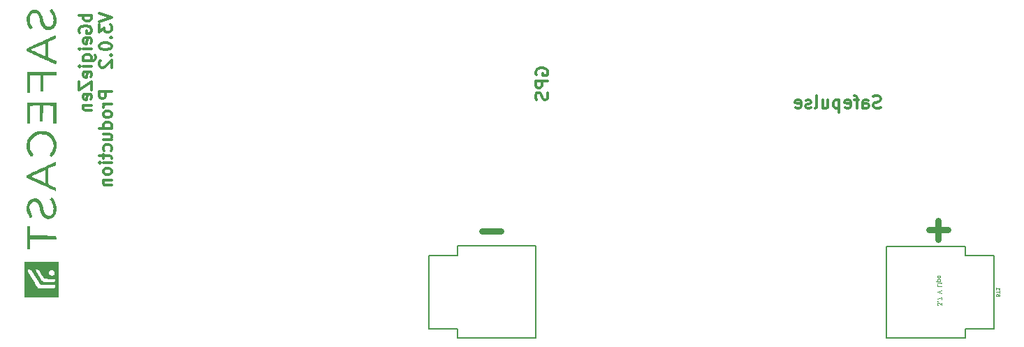
<source format=gbo>
G04 #@! TF.GenerationSoftware,KiCad,Pcbnew,8.0.0~rc1-27482ef8a0~176~ubuntu22.04.1*
G04 #@! TF.CreationDate,2024-01-20T19:03:22+09:00*
G04 #@! TF.ProjectId,bGeigieZen V3.0.2 Production,62476569-6769-4655-9a65-6e2056332e30,V3.0.2*
G04 #@! TF.SameCoordinates,Original*
G04 #@! TF.FileFunction,Legend,Bot*
G04 #@! TF.FilePolarity,Positive*
%FSLAX46Y46*%
G04 Gerber Fmt 4.6, Leading zero omitted, Abs format (unit mm)*
G04 Created by KiCad (PCBNEW 8.0.0~rc1-27482ef8a0~176~ubuntu22.04.1) date 2024-01-20 19:03:22*
%MOMM*%
%LPD*%
G01*
G04 APERTURE LIST*
%ADD10C,0.300000*%
%ADD11C,0.050000*%
%ADD12C,0.750000*%
%ADD13C,0.203200*%
%ADD14C,0.000000*%
%ADD15R,1.700000X1.700000*%
%ADD16O,1.700000X1.700000*%
%ADD17C,1.879600*%
%ADD18C,3.203200*%
%ADD19C,5.000000*%
%ADD20R,1.350000X1.350000*%
%ADD21O,1.350000X1.350000*%
%ADD22C,2.743200*%
G04 APERTURE END LIST*
D10*
X197812170Y-94788900D02*
X197597885Y-94860328D01*
X197597885Y-94860328D02*
X197240742Y-94860328D01*
X197240742Y-94860328D02*
X197097885Y-94788900D01*
X197097885Y-94788900D02*
X197026456Y-94717471D01*
X197026456Y-94717471D02*
X196955027Y-94574614D01*
X196955027Y-94574614D02*
X196955027Y-94431757D01*
X196955027Y-94431757D02*
X197026456Y-94288900D01*
X197026456Y-94288900D02*
X197097885Y-94217471D01*
X197097885Y-94217471D02*
X197240742Y-94146042D01*
X197240742Y-94146042D02*
X197526456Y-94074614D01*
X197526456Y-94074614D02*
X197669313Y-94003185D01*
X197669313Y-94003185D02*
X197740742Y-93931757D01*
X197740742Y-93931757D02*
X197812170Y-93788900D01*
X197812170Y-93788900D02*
X197812170Y-93646042D01*
X197812170Y-93646042D02*
X197740742Y-93503185D01*
X197740742Y-93503185D02*
X197669313Y-93431757D01*
X197669313Y-93431757D02*
X197526456Y-93360328D01*
X197526456Y-93360328D02*
X197169313Y-93360328D01*
X197169313Y-93360328D02*
X196955027Y-93431757D01*
X195669314Y-94860328D02*
X195669314Y-94074614D01*
X195669314Y-94074614D02*
X195740742Y-93931757D01*
X195740742Y-93931757D02*
X195883599Y-93860328D01*
X195883599Y-93860328D02*
X196169314Y-93860328D01*
X196169314Y-93860328D02*
X196312171Y-93931757D01*
X195669314Y-94788900D02*
X195812171Y-94860328D01*
X195812171Y-94860328D02*
X196169314Y-94860328D01*
X196169314Y-94860328D02*
X196312171Y-94788900D01*
X196312171Y-94788900D02*
X196383599Y-94646042D01*
X196383599Y-94646042D02*
X196383599Y-94503185D01*
X196383599Y-94503185D02*
X196312171Y-94360328D01*
X196312171Y-94360328D02*
X196169314Y-94288900D01*
X196169314Y-94288900D02*
X195812171Y-94288900D01*
X195812171Y-94288900D02*
X195669314Y-94217471D01*
X195169313Y-93860328D02*
X194597885Y-93860328D01*
X194955028Y-94860328D02*
X194955028Y-93574614D01*
X194955028Y-93574614D02*
X194883599Y-93431757D01*
X194883599Y-93431757D02*
X194740742Y-93360328D01*
X194740742Y-93360328D02*
X194597885Y-93360328D01*
X193526456Y-94788900D02*
X193669313Y-94860328D01*
X193669313Y-94860328D02*
X193955028Y-94860328D01*
X193955028Y-94860328D02*
X194097885Y-94788900D01*
X194097885Y-94788900D02*
X194169313Y-94646042D01*
X194169313Y-94646042D02*
X194169313Y-94074614D01*
X194169313Y-94074614D02*
X194097885Y-93931757D01*
X194097885Y-93931757D02*
X193955028Y-93860328D01*
X193955028Y-93860328D02*
X193669313Y-93860328D01*
X193669313Y-93860328D02*
X193526456Y-93931757D01*
X193526456Y-93931757D02*
X193455028Y-94074614D01*
X193455028Y-94074614D02*
X193455028Y-94217471D01*
X193455028Y-94217471D02*
X194169313Y-94360328D01*
X192812171Y-93860328D02*
X192812171Y-95360328D01*
X192812171Y-93931757D02*
X192669314Y-93860328D01*
X192669314Y-93860328D02*
X192383599Y-93860328D01*
X192383599Y-93860328D02*
X192240742Y-93931757D01*
X192240742Y-93931757D02*
X192169314Y-94003185D01*
X192169314Y-94003185D02*
X192097885Y-94146042D01*
X192097885Y-94146042D02*
X192097885Y-94574614D01*
X192097885Y-94574614D02*
X192169314Y-94717471D01*
X192169314Y-94717471D02*
X192240742Y-94788900D01*
X192240742Y-94788900D02*
X192383599Y-94860328D01*
X192383599Y-94860328D02*
X192669314Y-94860328D01*
X192669314Y-94860328D02*
X192812171Y-94788900D01*
X190812171Y-93860328D02*
X190812171Y-94860328D01*
X191455028Y-93860328D02*
X191455028Y-94646042D01*
X191455028Y-94646042D02*
X191383599Y-94788900D01*
X191383599Y-94788900D02*
X191240742Y-94860328D01*
X191240742Y-94860328D02*
X191026456Y-94860328D01*
X191026456Y-94860328D02*
X190883599Y-94788900D01*
X190883599Y-94788900D02*
X190812171Y-94717471D01*
X189883599Y-94860328D02*
X190026456Y-94788900D01*
X190026456Y-94788900D02*
X190097885Y-94646042D01*
X190097885Y-94646042D02*
X190097885Y-93360328D01*
X189383599Y-94788900D02*
X189240742Y-94860328D01*
X189240742Y-94860328D02*
X188955028Y-94860328D01*
X188955028Y-94860328D02*
X188812171Y-94788900D01*
X188812171Y-94788900D02*
X188740742Y-94646042D01*
X188740742Y-94646042D02*
X188740742Y-94574614D01*
X188740742Y-94574614D02*
X188812171Y-94431757D01*
X188812171Y-94431757D02*
X188955028Y-94360328D01*
X188955028Y-94360328D02*
X189169314Y-94360328D01*
X189169314Y-94360328D02*
X189312171Y-94288900D01*
X189312171Y-94288900D02*
X189383599Y-94146042D01*
X189383599Y-94146042D02*
X189383599Y-94074614D01*
X189383599Y-94074614D02*
X189312171Y-93931757D01*
X189312171Y-93931757D02*
X189169314Y-93860328D01*
X189169314Y-93860328D02*
X188955028Y-93860328D01*
X188955028Y-93860328D02*
X188812171Y-93931757D01*
X187526456Y-94788900D02*
X187669313Y-94860328D01*
X187669313Y-94860328D02*
X187955028Y-94860328D01*
X187955028Y-94860328D02*
X188097885Y-94788900D01*
X188097885Y-94788900D02*
X188169313Y-94646042D01*
X188169313Y-94646042D02*
X188169313Y-94074614D01*
X188169313Y-94074614D02*
X188097885Y-93931757D01*
X188097885Y-93931757D02*
X187955028Y-93860328D01*
X187955028Y-93860328D02*
X187669313Y-93860328D01*
X187669313Y-93860328D02*
X187526456Y-93931757D01*
X187526456Y-93931757D02*
X187455028Y-94074614D01*
X187455028Y-94074614D02*
X187455028Y-94217471D01*
X187455028Y-94217471D02*
X188169313Y-94360328D01*
X156069357Y-90824572D02*
X155997928Y-90681715D01*
X155997928Y-90681715D02*
X155997928Y-90467429D01*
X155997928Y-90467429D02*
X156069357Y-90253143D01*
X156069357Y-90253143D02*
X156212214Y-90110286D01*
X156212214Y-90110286D02*
X156355071Y-90038857D01*
X156355071Y-90038857D02*
X156640785Y-89967429D01*
X156640785Y-89967429D02*
X156855071Y-89967429D01*
X156855071Y-89967429D02*
X157140785Y-90038857D01*
X157140785Y-90038857D02*
X157283642Y-90110286D01*
X157283642Y-90110286D02*
X157426500Y-90253143D01*
X157426500Y-90253143D02*
X157497928Y-90467429D01*
X157497928Y-90467429D02*
X157497928Y-90610286D01*
X157497928Y-90610286D02*
X157426500Y-90824572D01*
X157426500Y-90824572D02*
X157355071Y-90896000D01*
X157355071Y-90896000D02*
X156855071Y-90896000D01*
X156855071Y-90896000D02*
X156855071Y-90610286D01*
X157497928Y-91538857D02*
X155997928Y-91538857D01*
X155997928Y-91538857D02*
X155997928Y-92110286D01*
X155997928Y-92110286D02*
X156069357Y-92253143D01*
X156069357Y-92253143D02*
X156140785Y-92324572D01*
X156140785Y-92324572D02*
X156283642Y-92396000D01*
X156283642Y-92396000D02*
X156497928Y-92396000D01*
X156497928Y-92396000D02*
X156640785Y-92324572D01*
X156640785Y-92324572D02*
X156712214Y-92253143D01*
X156712214Y-92253143D02*
X156783642Y-92110286D01*
X156783642Y-92110286D02*
X156783642Y-91538857D01*
X157426500Y-92967429D02*
X157497928Y-93181715D01*
X157497928Y-93181715D02*
X157497928Y-93538857D01*
X157497928Y-93538857D02*
X157426500Y-93681715D01*
X157426500Y-93681715D02*
X157355071Y-93753143D01*
X157355071Y-93753143D02*
X157212214Y-93824572D01*
X157212214Y-93824572D02*
X157069357Y-93824572D01*
X157069357Y-93824572D02*
X156926500Y-93753143D01*
X156926500Y-93753143D02*
X156855071Y-93681715D01*
X156855071Y-93681715D02*
X156783642Y-93538857D01*
X156783642Y-93538857D02*
X156712214Y-93253143D01*
X156712214Y-93253143D02*
X156640785Y-93110286D01*
X156640785Y-93110286D02*
X156569357Y-93038857D01*
X156569357Y-93038857D02*
X156426500Y-92967429D01*
X156426500Y-92967429D02*
X156283642Y-92967429D01*
X156283642Y-92967429D02*
X156140785Y-93038857D01*
X156140785Y-93038857D02*
X156069357Y-93110286D01*
X156069357Y-93110286D02*
X155997928Y-93253143D01*
X155997928Y-93253143D02*
X155997928Y-93610286D01*
X155997928Y-93610286D02*
X156069357Y-93824572D01*
X102188470Y-83560510D02*
X100688470Y-83560510D01*
X101259899Y-83560510D02*
X101188470Y-83703368D01*
X101188470Y-83703368D02*
X101188470Y-83989082D01*
X101188470Y-83989082D02*
X101259899Y-84131939D01*
X101259899Y-84131939D02*
X101331327Y-84203368D01*
X101331327Y-84203368D02*
X101474184Y-84274796D01*
X101474184Y-84274796D02*
X101902756Y-84274796D01*
X101902756Y-84274796D02*
X102045613Y-84203368D01*
X102045613Y-84203368D02*
X102117042Y-84131939D01*
X102117042Y-84131939D02*
X102188470Y-83989082D01*
X102188470Y-83989082D02*
X102188470Y-83703368D01*
X102188470Y-83703368D02*
X102117042Y-83560510D01*
X100759899Y-85703368D02*
X100688470Y-85560511D01*
X100688470Y-85560511D02*
X100688470Y-85346225D01*
X100688470Y-85346225D02*
X100759899Y-85131939D01*
X100759899Y-85131939D02*
X100902756Y-84989082D01*
X100902756Y-84989082D02*
X101045613Y-84917653D01*
X101045613Y-84917653D02*
X101331327Y-84846225D01*
X101331327Y-84846225D02*
X101545613Y-84846225D01*
X101545613Y-84846225D02*
X101831327Y-84917653D01*
X101831327Y-84917653D02*
X101974184Y-84989082D01*
X101974184Y-84989082D02*
X102117042Y-85131939D01*
X102117042Y-85131939D02*
X102188470Y-85346225D01*
X102188470Y-85346225D02*
X102188470Y-85489082D01*
X102188470Y-85489082D02*
X102117042Y-85703368D01*
X102117042Y-85703368D02*
X102045613Y-85774796D01*
X102045613Y-85774796D02*
X101545613Y-85774796D01*
X101545613Y-85774796D02*
X101545613Y-85489082D01*
X102117042Y-86989082D02*
X102188470Y-86846225D01*
X102188470Y-86846225D02*
X102188470Y-86560511D01*
X102188470Y-86560511D02*
X102117042Y-86417653D01*
X102117042Y-86417653D02*
X101974184Y-86346225D01*
X101974184Y-86346225D02*
X101402756Y-86346225D01*
X101402756Y-86346225D02*
X101259899Y-86417653D01*
X101259899Y-86417653D02*
X101188470Y-86560511D01*
X101188470Y-86560511D02*
X101188470Y-86846225D01*
X101188470Y-86846225D02*
X101259899Y-86989082D01*
X101259899Y-86989082D02*
X101402756Y-87060511D01*
X101402756Y-87060511D02*
X101545613Y-87060511D01*
X101545613Y-87060511D02*
X101688470Y-86346225D01*
X102188470Y-87703367D02*
X101188470Y-87703367D01*
X100688470Y-87703367D02*
X100759899Y-87631939D01*
X100759899Y-87631939D02*
X100831327Y-87703367D01*
X100831327Y-87703367D02*
X100759899Y-87774796D01*
X100759899Y-87774796D02*
X100688470Y-87703367D01*
X100688470Y-87703367D02*
X100831327Y-87703367D01*
X101188470Y-89060511D02*
X102402756Y-89060511D01*
X102402756Y-89060511D02*
X102545613Y-88989082D01*
X102545613Y-88989082D02*
X102617042Y-88917653D01*
X102617042Y-88917653D02*
X102688470Y-88774796D01*
X102688470Y-88774796D02*
X102688470Y-88560511D01*
X102688470Y-88560511D02*
X102617042Y-88417653D01*
X102117042Y-89060511D02*
X102188470Y-88917653D01*
X102188470Y-88917653D02*
X102188470Y-88631939D01*
X102188470Y-88631939D02*
X102117042Y-88489082D01*
X102117042Y-88489082D02*
X102045613Y-88417653D01*
X102045613Y-88417653D02*
X101902756Y-88346225D01*
X101902756Y-88346225D02*
X101474184Y-88346225D01*
X101474184Y-88346225D02*
X101331327Y-88417653D01*
X101331327Y-88417653D02*
X101259899Y-88489082D01*
X101259899Y-88489082D02*
X101188470Y-88631939D01*
X101188470Y-88631939D02*
X101188470Y-88917653D01*
X101188470Y-88917653D02*
X101259899Y-89060511D01*
X102188470Y-89774796D02*
X101188470Y-89774796D01*
X100688470Y-89774796D02*
X100759899Y-89703368D01*
X100759899Y-89703368D02*
X100831327Y-89774796D01*
X100831327Y-89774796D02*
X100759899Y-89846225D01*
X100759899Y-89846225D02*
X100688470Y-89774796D01*
X100688470Y-89774796D02*
X100831327Y-89774796D01*
X102117042Y-91060511D02*
X102188470Y-90917654D01*
X102188470Y-90917654D02*
X102188470Y-90631940D01*
X102188470Y-90631940D02*
X102117042Y-90489082D01*
X102117042Y-90489082D02*
X101974184Y-90417654D01*
X101974184Y-90417654D02*
X101402756Y-90417654D01*
X101402756Y-90417654D02*
X101259899Y-90489082D01*
X101259899Y-90489082D02*
X101188470Y-90631940D01*
X101188470Y-90631940D02*
X101188470Y-90917654D01*
X101188470Y-90917654D02*
X101259899Y-91060511D01*
X101259899Y-91060511D02*
X101402756Y-91131940D01*
X101402756Y-91131940D02*
X101545613Y-91131940D01*
X101545613Y-91131940D02*
X101688470Y-90417654D01*
X100688470Y-91631939D02*
X100688470Y-92631939D01*
X100688470Y-92631939D02*
X102188470Y-91631939D01*
X102188470Y-91631939D02*
X102188470Y-92631939D01*
X102117042Y-93774796D02*
X102188470Y-93631939D01*
X102188470Y-93631939D02*
X102188470Y-93346225D01*
X102188470Y-93346225D02*
X102117042Y-93203367D01*
X102117042Y-93203367D02*
X101974184Y-93131939D01*
X101974184Y-93131939D02*
X101402756Y-93131939D01*
X101402756Y-93131939D02*
X101259899Y-93203367D01*
X101259899Y-93203367D02*
X101188470Y-93346225D01*
X101188470Y-93346225D02*
X101188470Y-93631939D01*
X101188470Y-93631939D02*
X101259899Y-93774796D01*
X101259899Y-93774796D02*
X101402756Y-93846225D01*
X101402756Y-93846225D02*
X101545613Y-93846225D01*
X101545613Y-93846225D02*
X101688470Y-93131939D01*
X101188470Y-94489081D02*
X102188470Y-94489081D01*
X101331327Y-94489081D02*
X101259899Y-94560510D01*
X101259899Y-94560510D02*
X101188470Y-94703367D01*
X101188470Y-94703367D02*
X101188470Y-94917653D01*
X101188470Y-94917653D02*
X101259899Y-95060510D01*
X101259899Y-95060510D02*
X101402756Y-95131939D01*
X101402756Y-95131939D02*
X102188470Y-95131939D01*
X103103386Y-83346225D02*
X104603386Y-83846225D01*
X104603386Y-83846225D02*
X103103386Y-84346225D01*
X103103386Y-84703367D02*
X103103386Y-85631939D01*
X103103386Y-85631939D02*
X103674815Y-85131939D01*
X103674815Y-85131939D02*
X103674815Y-85346224D01*
X103674815Y-85346224D02*
X103746243Y-85489082D01*
X103746243Y-85489082D02*
X103817672Y-85560510D01*
X103817672Y-85560510D02*
X103960529Y-85631939D01*
X103960529Y-85631939D02*
X104317672Y-85631939D01*
X104317672Y-85631939D02*
X104460529Y-85560510D01*
X104460529Y-85560510D02*
X104531958Y-85489082D01*
X104531958Y-85489082D02*
X104603386Y-85346224D01*
X104603386Y-85346224D02*
X104603386Y-84917653D01*
X104603386Y-84917653D02*
X104531958Y-84774796D01*
X104531958Y-84774796D02*
X104460529Y-84703367D01*
X104460529Y-86274795D02*
X104531958Y-86346224D01*
X104531958Y-86346224D02*
X104603386Y-86274795D01*
X104603386Y-86274795D02*
X104531958Y-86203367D01*
X104531958Y-86203367D02*
X104460529Y-86274795D01*
X104460529Y-86274795D02*
X104603386Y-86274795D01*
X103103386Y-87274796D02*
X103103386Y-87417653D01*
X103103386Y-87417653D02*
X103174815Y-87560510D01*
X103174815Y-87560510D02*
X103246243Y-87631939D01*
X103246243Y-87631939D02*
X103389100Y-87703367D01*
X103389100Y-87703367D02*
X103674815Y-87774796D01*
X103674815Y-87774796D02*
X104031958Y-87774796D01*
X104031958Y-87774796D02*
X104317672Y-87703367D01*
X104317672Y-87703367D02*
X104460529Y-87631939D01*
X104460529Y-87631939D02*
X104531958Y-87560510D01*
X104531958Y-87560510D02*
X104603386Y-87417653D01*
X104603386Y-87417653D02*
X104603386Y-87274796D01*
X104603386Y-87274796D02*
X104531958Y-87131939D01*
X104531958Y-87131939D02*
X104460529Y-87060510D01*
X104460529Y-87060510D02*
X104317672Y-86989081D01*
X104317672Y-86989081D02*
X104031958Y-86917653D01*
X104031958Y-86917653D02*
X103674815Y-86917653D01*
X103674815Y-86917653D02*
X103389100Y-86989081D01*
X103389100Y-86989081D02*
X103246243Y-87060510D01*
X103246243Y-87060510D02*
X103174815Y-87131939D01*
X103174815Y-87131939D02*
X103103386Y-87274796D01*
X104460529Y-88417652D02*
X104531958Y-88489081D01*
X104531958Y-88489081D02*
X104603386Y-88417652D01*
X104603386Y-88417652D02*
X104531958Y-88346224D01*
X104531958Y-88346224D02*
X104460529Y-88417652D01*
X104460529Y-88417652D02*
X104603386Y-88417652D01*
X103246243Y-89060510D02*
X103174815Y-89131938D01*
X103174815Y-89131938D02*
X103103386Y-89274796D01*
X103103386Y-89274796D02*
X103103386Y-89631938D01*
X103103386Y-89631938D02*
X103174815Y-89774796D01*
X103174815Y-89774796D02*
X103246243Y-89846224D01*
X103246243Y-89846224D02*
X103389100Y-89917653D01*
X103389100Y-89917653D02*
X103531958Y-89917653D01*
X103531958Y-89917653D02*
X103746243Y-89846224D01*
X103746243Y-89846224D02*
X104603386Y-88989081D01*
X104603386Y-88989081D02*
X104603386Y-89917653D01*
X104603386Y-92846223D02*
X103103386Y-92846223D01*
X103103386Y-92846223D02*
X103103386Y-93417652D01*
X103103386Y-93417652D02*
X103174815Y-93560509D01*
X103174815Y-93560509D02*
X103246243Y-93631938D01*
X103246243Y-93631938D02*
X103389100Y-93703366D01*
X103389100Y-93703366D02*
X103603386Y-93703366D01*
X103603386Y-93703366D02*
X103746243Y-93631938D01*
X103746243Y-93631938D02*
X103817672Y-93560509D01*
X103817672Y-93560509D02*
X103889100Y-93417652D01*
X103889100Y-93417652D02*
X103889100Y-92846223D01*
X104603386Y-94346223D02*
X103603386Y-94346223D01*
X103889100Y-94346223D02*
X103746243Y-94417652D01*
X103746243Y-94417652D02*
X103674815Y-94489081D01*
X103674815Y-94489081D02*
X103603386Y-94631938D01*
X103603386Y-94631938D02*
X103603386Y-94774795D01*
X104603386Y-95489080D02*
X104531958Y-95346223D01*
X104531958Y-95346223D02*
X104460529Y-95274794D01*
X104460529Y-95274794D02*
X104317672Y-95203366D01*
X104317672Y-95203366D02*
X103889100Y-95203366D01*
X103889100Y-95203366D02*
X103746243Y-95274794D01*
X103746243Y-95274794D02*
X103674815Y-95346223D01*
X103674815Y-95346223D02*
X103603386Y-95489080D01*
X103603386Y-95489080D02*
X103603386Y-95703366D01*
X103603386Y-95703366D02*
X103674815Y-95846223D01*
X103674815Y-95846223D02*
X103746243Y-95917652D01*
X103746243Y-95917652D02*
X103889100Y-95989080D01*
X103889100Y-95989080D02*
X104317672Y-95989080D01*
X104317672Y-95989080D02*
X104460529Y-95917652D01*
X104460529Y-95917652D02*
X104531958Y-95846223D01*
X104531958Y-95846223D02*
X104603386Y-95703366D01*
X104603386Y-95703366D02*
X104603386Y-95489080D01*
X104603386Y-97274795D02*
X103103386Y-97274795D01*
X104531958Y-97274795D02*
X104603386Y-97131937D01*
X104603386Y-97131937D02*
X104603386Y-96846223D01*
X104603386Y-96846223D02*
X104531958Y-96703366D01*
X104531958Y-96703366D02*
X104460529Y-96631937D01*
X104460529Y-96631937D02*
X104317672Y-96560509D01*
X104317672Y-96560509D02*
X103889100Y-96560509D01*
X103889100Y-96560509D02*
X103746243Y-96631937D01*
X103746243Y-96631937D02*
X103674815Y-96703366D01*
X103674815Y-96703366D02*
X103603386Y-96846223D01*
X103603386Y-96846223D02*
X103603386Y-97131937D01*
X103603386Y-97131937D02*
X103674815Y-97274795D01*
X103603386Y-98631938D02*
X104603386Y-98631938D01*
X103603386Y-97989080D02*
X104389100Y-97989080D01*
X104389100Y-97989080D02*
X104531958Y-98060509D01*
X104531958Y-98060509D02*
X104603386Y-98203366D01*
X104603386Y-98203366D02*
X104603386Y-98417652D01*
X104603386Y-98417652D02*
X104531958Y-98560509D01*
X104531958Y-98560509D02*
X104460529Y-98631938D01*
X104531958Y-99989081D02*
X104603386Y-99846223D01*
X104603386Y-99846223D02*
X104603386Y-99560509D01*
X104603386Y-99560509D02*
X104531958Y-99417652D01*
X104531958Y-99417652D02*
X104460529Y-99346223D01*
X104460529Y-99346223D02*
X104317672Y-99274795D01*
X104317672Y-99274795D02*
X103889100Y-99274795D01*
X103889100Y-99274795D02*
X103746243Y-99346223D01*
X103746243Y-99346223D02*
X103674815Y-99417652D01*
X103674815Y-99417652D02*
X103603386Y-99560509D01*
X103603386Y-99560509D02*
X103603386Y-99846223D01*
X103603386Y-99846223D02*
X103674815Y-99989081D01*
X103603386Y-100417652D02*
X103603386Y-100989080D01*
X103103386Y-100631937D02*
X104389100Y-100631937D01*
X104389100Y-100631937D02*
X104531958Y-100703366D01*
X104531958Y-100703366D02*
X104603386Y-100846223D01*
X104603386Y-100846223D02*
X104603386Y-100989080D01*
X104603386Y-101489080D02*
X103603386Y-101489080D01*
X103103386Y-101489080D02*
X103174815Y-101417652D01*
X103174815Y-101417652D02*
X103246243Y-101489080D01*
X103246243Y-101489080D02*
X103174815Y-101560509D01*
X103174815Y-101560509D02*
X103103386Y-101489080D01*
X103103386Y-101489080D02*
X103246243Y-101489080D01*
X104603386Y-102417652D02*
X104531958Y-102274795D01*
X104531958Y-102274795D02*
X104460529Y-102203366D01*
X104460529Y-102203366D02*
X104317672Y-102131938D01*
X104317672Y-102131938D02*
X103889100Y-102131938D01*
X103889100Y-102131938D02*
X103746243Y-102203366D01*
X103746243Y-102203366D02*
X103674815Y-102274795D01*
X103674815Y-102274795D02*
X103603386Y-102417652D01*
X103603386Y-102417652D02*
X103603386Y-102631938D01*
X103603386Y-102631938D02*
X103674815Y-102774795D01*
X103674815Y-102774795D02*
X103746243Y-102846224D01*
X103746243Y-102846224D02*
X103889100Y-102917652D01*
X103889100Y-102917652D02*
X104317672Y-102917652D01*
X104317672Y-102917652D02*
X104460529Y-102846224D01*
X104460529Y-102846224D02*
X104531958Y-102774795D01*
X104531958Y-102774795D02*
X104603386Y-102631938D01*
X104603386Y-102631938D02*
X104603386Y-102417652D01*
X103603386Y-103560509D02*
X104603386Y-103560509D01*
X103746243Y-103560509D02*
X103674815Y-103631938D01*
X103674815Y-103631938D02*
X103603386Y-103774795D01*
X103603386Y-103774795D02*
X103603386Y-103989081D01*
X103603386Y-103989081D02*
X103674815Y-104131938D01*
X103674815Y-104131938D02*
X103817672Y-104203367D01*
X103817672Y-104203367D02*
X104603386Y-104203367D01*
D11*
X212051371Y-117517142D02*
X212028514Y-117448570D01*
X212028514Y-117448570D02*
X212005657Y-117425713D01*
X212005657Y-117425713D02*
X211959942Y-117402856D01*
X211959942Y-117402856D02*
X211891371Y-117402856D01*
X211891371Y-117402856D02*
X211845657Y-117425713D01*
X211845657Y-117425713D02*
X211822800Y-117448570D01*
X211822800Y-117448570D02*
X211799942Y-117494285D01*
X211799942Y-117494285D02*
X211799942Y-117677142D01*
X211799942Y-117677142D02*
X212279942Y-117677142D01*
X212279942Y-117677142D02*
X212279942Y-117517142D01*
X212279942Y-117517142D02*
X212257085Y-117471428D01*
X212257085Y-117471428D02*
X212234228Y-117448570D01*
X212234228Y-117448570D02*
X212188514Y-117425713D01*
X212188514Y-117425713D02*
X212142800Y-117425713D01*
X212142800Y-117425713D02*
X212097085Y-117448570D01*
X212097085Y-117448570D02*
X212074228Y-117471428D01*
X212074228Y-117471428D02*
X212051371Y-117517142D01*
X212051371Y-117517142D02*
X212051371Y-117677142D01*
X212279942Y-117265713D02*
X212279942Y-116991428D01*
X211799942Y-117128570D02*
X212279942Y-117128570D01*
X211799942Y-116579999D02*
X211799942Y-116854285D01*
X211799942Y-116717142D02*
X212279942Y-116717142D01*
X212279942Y-116717142D02*
X212211371Y-116762856D01*
X212211371Y-116762856D02*
X212165657Y-116808571D01*
X212165657Y-116808571D02*
X212142800Y-116854285D01*
X205193342Y-118774285D02*
X205193342Y-118477142D01*
X205193342Y-118477142D02*
X205010485Y-118637142D01*
X205010485Y-118637142D02*
X205010485Y-118568571D01*
X205010485Y-118568571D02*
X204987628Y-118522857D01*
X204987628Y-118522857D02*
X204964771Y-118499999D01*
X204964771Y-118499999D02*
X204919057Y-118477142D01*
X204919057Y-118477142D02*
X204804771Y-118477142D01*
X204804771Y-118477142D02*
X204759057Y-118499999D01*
X204759057Y-118499999D02*
X204736200Y-118522857D01*
X204736200Y-118522857D02*
X204713342Y-118568571D01*
X204713342Y-118568571D02*
X204713342Y-118705714D01*
X204713342Y-118705714D02*
X204736200Y-118751428D01*
X204736200Y-118751428D02*
X204759057Y-118774285D01*
X204759057Y-118271428D02*
X204736200Y-118248571D01*
X204736200Y-118248571D02*
X204713342Y-118271428D01*
X204713342Y-118271428D02*
X204736200Y-118294285D01*
X204736200Y-118294285D02*
X204759057Y-118271428D01*
X204759057Y-118271428D02*
X204713342Y-118271428D01*
X205193342Y-118088571D02*
X205193342Y-117768571D01*
X205193342Y-117768571D02*
X204713342Y-117974285D01*
X205193342Y-117288571D02*
X204713342Y-117128571D01*
X204713342Y-117128571D02*
X205193342Y-116968571D01*
X204713342Y-116214285D02*
X204713342Y-116442857D01*
X204713342Y-116442857D02*
X205193342Y-116442857D01*
X204713342Y-116054286D02*
X205033342Y-116054286D01*
X205193342Y-116054286D02*
X205170485Y-116077143D01*
X205170485Y-116077143D02*
X205147628Y-116054286D01*
X205147628Y-116054286D02*
X205170485Y-116031429D01*
X205170485Y-116031429D02*
X205193342Y-116054286D01*
X205193342Y-116054286D02*
X205147628Y-116054286D01*
X205033342Y-115825715D02*
X204553342Y-115825715D01*
X205010485Y-115825715D02*
X205033342Y-115780001D01*
X205033342Y-115780001D02*
X205033342Y-115688572D01*
X205033342Y-115688572D02*
X205010485Y-115642858D01*
X205010485Y-115642858D02*
X204987628Y-115620001D01*
X204987628Y-115620001D02*
X204941914Y-115597143D01*
X204941914Y-115597143D02*
X204804771Y-115597143D01*
X204804771Y-115597143D02*
X204759057Y-115620001D01*
X204759057Y-115620001D02*
X204736200Y-115642858D01*
X204736200Y-115642858D02*
X204713342Y-115688572D01*
X204713342Y-115688572D02*
X204713342Y-115780001D01*
X204713342Y-115780001D02*
X204736200Y-115825715D01*
X204713342Y-115322857D02*
X204736200Y-115368572D01*
X204736200Y-115368572D02*
X204759057Y-115391429D01*
X204759057Y-115391429D02*
X204804771Y-115414286D01*
X204804771Y-115414286D02*
X204941914Y-115414286D01*
X204941914Y-115414286D02*
X204987628Y-115391429D01*
X204987628Y-115391429D02*
X205010485Y-115368572D01*
X205010485Y-115368572D02*
X205033342Y-115322857D01*
X205033342Y-115322857D02*
X205033342Y-115254286D01*
X205033342Y-115254286D02*
X205010485Y-115208572D01*
X205010485Y-115208572D02*
X204987628Y-115185715D01*
X204987628Y-115185715D02*
X204941914Y-115162857D01*
X204941914Y-115162857D02*
X204804771Y-115162857D01*
X204804771Y-115162857D02*
X204759057Y-115185715D01*
X204759057Y-115185715D02*
X204736200Y-115208572D01*
X204736200Y-115208572D02*
X204713342Y-115254286D01*
X204713342Y-115254286D02*
X204713342Y-115322857D01*
D12*
X205968457Y-109628000D02*
X203682743Y-109628000D01*
X204825600Y-110770857D02*
X204825600Y-108485142D01*
X151770457Y-109726000D02*
X149484743Y-109726000D01*
D13*
X143052800Y-112685000D02*
X143052800Y-121575000D01*
X143052800Y-121575000D02*
X146532600Y-121575000D01*
X146532600Y-111567400D02*
X146532600Y-112685000D01*
X146532600Y-112685000D02*
X143052800Y-112685000D01*
X146532600Y-121575000D02*
X146532600Y-122692600D01*
X146532600Y-122692600D02*
X156067600Y-122692600D01*
X156067600Y-111567400D02*
X146532600Y-111567400D01*
X156067600Y-122692600D02*
X156067600Y-111567400D01*
X198527600Y-111587400D02*
X198527600Y-122712600D01*
X198527600Y-122712600D02*
X208062600Y-122712600D01*
X208062600Y-111587400D02*
X198527600Y-111587400D01*
X208062600Y-112705000D02*
X208062600Y-111587400D01*
X208062600Y-121595000D02*
X211542400Y-121595000D01*
X208062600Y-122712600D02*
X208062600Y-121595000D01*
X211542400Y-112705000D02*
X208062600Y-112705000D01*
X211542400Y-121595000D02*
X211542400Y-112705000D01*
D14*
G36*
X97905136Y-90882389D02*
G01*
X96352471Y-90882389D01*
X96352471Y-92793360D01*
X95994164Y-92793360D01*
X95994164Y-90882389D01*
X94759995Y-90882389D01*
X94759995Y-92992420D01*
X94361876Y-92992420D01*
X94361876Y-90484269D01*
X97905136Y-90484269D01*
X97905136Y-90882389D01*
G37*
G36*
X97905136Y-96734740D02*
G01*
X97548108Y-96734740D01*
X97537516Y-95649865D01*
X97526923Y-94564990D01*
X96920501Y-94554004D01*
X96314080Y-94543018D01*
X96292754Y-96475962D01*
X95934446Y-96475962D01*
X95913120Y-94542964D01*
X95326604Y-94553977D01*
X94740089Y-94564990D01*
X94729486Y-95629959D01*
X94718882Y-96694928D01*
X94361876Y-96694928D01*
X94361876Y-94146965D01*
X97905136Y-94146965D01*
X97905136Y-96734740D01*
G37*
G36*
X94759995Y-110310602D02*
G01*
X96306024Y-110310602D01*
X96385613Y-110310637D01*
X96724016Y-110311589D01*
X97035296Y-110313732D01*
X97310702Y-110316918D01*
X97541485Y-110321000D01*
X97718895Y-110325830D01*
X97834182Y-110331260D01*
X97878595Y-110337143D01*
X97887156Y-110356037D01*
X97900057Y-110438170D01*
X97905136Y-110556109D01*
X97905136Y-110748533D01*
X94762124Y-110748533D01*
X94751106Y-111335759D01*
X94740089Y-111922984D01*
X94381782Y-111922984D01*
X94360844Y-109156056D01*
X94759995Y-109156056D01*
X94759995Y-110310602D01*
G37*
G36*
X96570839Y-97659303D02*
G01*
X96923564Y-97768961D01*
X97234550Y-97943116D01*
X97499424Y-98178947D01*
X97713810Y-98473631D01*
X97873336Y-98824345D01*
X97906522Y-98948699D01*
X97938007Y-99190904D01*
X97942596Y-99458784D01*
X97920344Y-99721984D01*
X97871306Y-99950152D01*
X97851825Y-100007014D01*
X97767274Y-100198047D01*
X97657333Y-100394924D01*
X97538274Y-100570329D01*
X97426371Y-100696950D01*
X97391672Y-100726937D01*
X97347389Y-100745888D01*
X97298056Y-100720600D01*
X97218372Y-100644720D01*
X97092142Y-100518491D01*
X97180178Y-100408198D01*
X97213459Y-100365567D01*
X97414194Y-100049553D01*
X97536006Y-99731557D01*
X97578730Y-99412680D01*
X97542198Y-99094024D01*
X97426245Y-98776687D01*
X97350653Y-98644348D01*
X97155078Y-98412776D01*
X96912203Y-98232877D01*
X96633379Y-98107761D01*
X96329958Y-98040542D01*
X96013291Y-98034329D01*
X95694732Y-98092234D01*
X95385630Y-98217370D01*
X95372906Y-98224200D01*
X95137863Y-98383078D01*
X94953825Y-98583250D01*
X94803832Y-98842954D01*
X94757854Y-98950087D01*
X94722219Y-99073106D01*
X94705301Y-99213466D01*
X94701428Y-99402138D01*
X94704693Y-99512050D01*
X94752548Y-99816967D01*
X94862094Y-100084924D01*
X95039290Y-100332332D01*
X95171192Y-100482560D01*
X95027724Y-100626028D01*
X94990347Y-100662673D01*
X94919350Y-100719737D01*
X94859860Y-100732589D01*
X94798443Y-100695406D01*
X94721664Y-100602366D01*
X94616087Y-100447648D01*
X94588685Y-100405491D01*
X94457597Y-100163981D01*
X94374789Y-99918408D01*
X94334390Y-99645633D01*
X94330525Y-99322514D01*
X94337949Y-99153400D01*
X94351773Y-99000458D01*
X94376185Y-98879215D01*
X94416793Y-98763439D01*
X94479204Y-98626901D01*
X94525105Y-98538065D01*
X94737983Y-98232890D01*
X95010097Y-97980205D01*
X95338728Y-97782679D01*
X95356632Y-97774213D01*
X95519201Y-97703291D01*
X95659003Y-97659480D01*
X95810157Y-97634468D01*
X96006785Y-97619942D01*
X96180751Y-97616967D01*
X96570839Y-97659303D01*
G37*
G36*
X97887067Y-86003981D02*
G01*
X97898109Y-86075013D01*
X97897404Y-86189530D01*
X97885230Y-86401653D01*
X96969556Y-86814113D01*
X96958909Y-87767149D01*
X96948263Y-88720186D01*
X97426699Y-88929666D01*
X97905136Y-89139146D01*
X97905136Y-89358130D01*
X97901425Y-89471942D01*
X97885694Y-89545114D01*
X97855371Y-89557000D01*
X97846072Y-89553178D01*
X97757345Y-89514807D01*
X97611005Y-89449831D01*
X97415730Y-89362212D01*
X97180195Y-89255915D01*
X96913078Y-89134901D01*
X96623054Y-89003134D01*
X96318801Y-88864577D01*
X96008995Y-88723192D01*
X95702313Y-88582944D01*
X95407430Y-88447794D01*
X95133025Y-88321706D01*
X94887773Y-88208643D01*
X94680351Y-88112568D01*
X94519435Y-88037443D01*
X94413702Y-87987233D01*
X94371829Y-87965899D01*
X94362835Y-87956866D01*
X94332250Y-87877226D01*
X94324205Y-87773510D01*
X94821474Y-87773510D01*
X95019653Y-87861100D01*
X95091886Y-87893126D01*
X95238405Y-87958295D01*
X95428394Y-88042937D01*
X95645273Y-88139664D01*
X95872458Y-88241087D01*
X96065569Y-88326712D01*
X96255143Y-88409386D01*
X96408739Y-88474868D01*
X96514162Y-88517966D01*
X96559214Y-88533486D01*
X96560492Y-88532876D01*
X96570261Y-88486036D01*
X96578732Y-88373162D01*
X96585404Y-88206338D01*
X96589775Y-87997651D01*
X96591343Y-87759185D01*
X96591343Y-86984884D01*
X96461954Y-87039606D01*
X96452357Y-87043704D01*
X96364323Y-87082250D01*
X96219549Y-87146437D01*
X96031258Y-87230372D01*
X95812674Y-87328163D01*
X95577020Y-87433919D01*
X94821474Y-87773510D01*
X94324205Y-87773510D01*
X94323554Y-87765114D01*
X94336747Y-87656874D01*
X94371829Y-87588847D01*
X94379783Y-87584382D01*
X94447144Y-87551668D01*
X94575054Y-87491604D01*
X94754853Y-87408141D01*
X94977881Y-87305229D01*
X95235477Y-87186819D01*
X95518979Y-87056862D01*
X95819728Y-86919310D01*
X96129062Y-86778112D01*
X96438322Y-86637221D01*
X96591343Y-86567649D01*
X96738845Y-86500586D01*
X97021973Y-86372159D01*
X97279043Y-86255890D01*
X97501395Y-86155731D01*
X97680368Y-86075632D01*
X97807303Y-86019544D01*
X97873537Y-85991418D01*
X97887067Y-86003981D01*
G37*
G36*
X97497795Y-82908549D02*
G01*
X97549786Y-82971814D01*
X97687690Y-83186835D01*
X97805976Y-83437144D01*
X97888423Y-83690282D01*
X97929571Y-83906297D01*
X97947816Y-84232655D01*
X97912326Y-84533960D01*
X97827044Y-84802103D01*
X97695914Y-85028970D01*
X97522876Y-85206449D01*
X97311873Y-85326430D01*
X97066849Y-85380798D01*
X96914408Y-85387125D01*
X96710737Y-85370911D01*
X96549143Y-85317360D01*
X96409816Y-85221673D01*
X96317520Y-85130923D01*
X96210610Y-84988475D01*
X96118601Y-84810756D01*
X96034242Y-84583081D01*
X95950284Y-84290762D01*
X95875795Y-84020820D01*
X95794280Y-83771912D01*
X95713300Y-83586656D01*
X95627225Y-83456858D01*
X95530426Y-83374325D01*
X95417272Y-83330861D01*
X95282134Y-83318274D01*
X95070415Y-83348818D01*
X94906967Y-83440841D01*
X94791525Y-83595210D01*
X94723441Y-83812793D01*
X94702067Y-84094458D01*
X94708705Y-84243146D01*
X94751367Y-84479578D01*
X94840983Y-84710084D01*
X94986223Y-84961111D01*
X95008216Y-84995345D01*
X95034886Y-85055499D01*
X95014170Y-85102762D01*
X94938868Y-85168692D01*
X94919262Y-85184202D01*
X94830897Y-85242959D01*
X94769071Y-85267477D01*
X94763548Y-85266984D01*
X94707436Y-85225703D01*
X94633450Y-85130501D01*
X94552457Y-84998824D01*
X94475326Y-84848114D01*
X94412923Y-84695817D01*
X94393062Y-84630864D01*
X94352660Y-84409911D01*
X94336978Y-84159695D01*
X94345558Y-83906596D01*
X94377945Y-83676997D01*
X94433681Y-83497279D01*
X94448060Y-83466939D01*
X94603600Y-83221789D01*
X94797047Y-83046638D01*
X95028350Y-82941520D01*
X95297456Y-82906473D01*
X95303780Y-82906486D01*
X95521892Y-82926570D01*
X95707717Y-82989030D01*
X95866408Y-83100072D01*
X96003112Y-83265901D01*
X96122980Y-83492724D01*
X96231161Y-83786747D01*
X96332807Y-84154175D01*
X96353362Y-84235534D01*
X96421507Y-84469972D01*
X96490552Y-84644275D01*
X96567215Y-84773256D01*
X96658214Y-84871730D01*
X96691299Y-84898437D01*
X96857665Y-84977768D01*
X97035877Y-84988611D01*
X97210486Y-84935076D01*
X97366047Y-84821269D01*
X97487111Y-84651299D01*
X97506432Y-84609650D01*
X97542304Y-84494963D01*
X97560313Y-84351507D01*
X97564361Y-84154175D01*
X97552299Y-83946673D01*
X97497371Y-83689206D01*
X97390324Y-83440689D01*
X97222673Y-83176854D01*
X97094125Y-82997855D01*
X97367675Y-82762699D01*
X97497795Y-82908549D01*
G37*
G36*
X97394832Y-105689298D02*
G01*
X97447485Y-105732643D01*
X97494058Y-105782238D01*
X97603336Y-105934254D01*
X97712384Y-106125869D01*
X97807375Y-106331419D01*
X97874483Y-106525238D01*
X97881112Y-106550988D01*
X97917860Y-106770381D01*
X97932072Y-107017155D01*
X97924403Y-107265191D01*
X97895506Y-107488372D01*
X97846035Y-107660580D01*
X97815875Y-107725640D01*
X97658355Y-107963728D01*
X97456569Y-108137530D01*
X97214941Y-108244025D01*
X96937897Y-108280194D01*
X96913352Y-108279993D01*
X96674591Y-108249773D01*
X96479223Y-108162761D01*
X96308977Y-108011140D01*
X96253558Y-107942710D01*
X96165314Y-107802724D01*
X96086560Y-107628463D01*
X96011003Y-107404994D01*
X95932352Y-107117388D01*
X95890434Y-106958387D01*
X95809120Y-106694824D01*
X95726226Y-106497954D01*
X95635488Y-106359406D01*
X95530647Y-106270808D01*
X95405439Y-106223788D01*
X95253602Y-106209975D01*
X95201223Y-106210535D01*
X95084858Y-106222950D01*
X94999500Y-106262230D01*
X94909093Y-106342214D01*
X94833881Y-106431596D01*
X94729724Y-106642098D01*
X94684383Y-106887298D01*
X94697925Y-107154531D01*
X94770417Y-107431131D01*
X94901925Y-107704433D01*
X94969599Y-107820182D01*
X95019459Y-107912158D01*
X95038406Y-107956569D01*
X95034054Y-107965651D01*
X94985077Y-108012396D01*
X94899234Y-108076197D01*
X94898528Y-108076678D01*
X94810114Y-108128031D01*
X94741008Y-108137716D01*
X94678741Y-108097768D01*
X94610842Y-108000226D01*
X94524841Y-107837125D01*
X94416242Y-107574784D01*
X94339523Y-107222980D01*
X94332772Y-106844073D01*
X94363570Y-106625828D01*
X94454469Y-106353661D01*
X94594324Y-106126938D01*
X94775665Y-105952324D01*
X94991024Y-105836484D01*
X95232931Y-105786086D01*
X95493918Y-105807794D01*
X95623265Y-105846878D01*
X95807466Y-105949764D01*
X95964279Y-106106995D01*
X96098067Y-106324736D01*
X96213194Y-106609150D01*
X96314023Y-106966401D01*
X96328388Y-107025266D01*
X96406449Y-107308595D01*
X96485727Y-107523080D01*
X96572392Y-107677664D01*
X96672612Y-107781290D01*
X96792557Y-107842900D01*
X96938398Y-107871436D01*
X97036266Y-107876200D01*
X97153969Y-107856696D01*
X97268145Y-107795521D01*
X97385175Y-107696592D01*
X97489236Y-107538100D01*
X97548159Y-107331783D01*
X97566735Y-107065931D01*
X97556833Y-106848218D01*
X97519023Y-106639103D01*
X97445582Y-106437832D01*
X97328849Y-106223826D01*
X97161163Y-105976507D01*
X97134769Y-105938311D01*
X97118421Y-105889428D01*
X97147465Y-105841825D01*
X97230410Y-105770141D01*
X97286842Y-105724777D01*
X97350189Y-105685138D01*
X97394832Y-105689298D01*
G37*
G36*
X97887528Y-101369697D02*
G01*
X97900082Y-101429355D01*
X97897441Y-101555039D01*
X97885230Y-101767408D01*
X96969556Y-102176346D01*
X96958852Y-103105544D01*
X96958056Y-103183628D01*
X96957168Y-103471465D01*
X96959790Y-103712517D01*
X96965689Y-103898587D01*
X96974632Y-104021475D01*
X96986385Y-104072979D01*
X97032080Y-104101214D01*
X97136432Y-104154441D01*
X97282712Y-104224045D01*
X97454926Y-104302201D01*
X97885230Y-104493186D01*
X97897279Y-104718234D01*
X97899317Y-104814505D01*
X97892627Y-104900010D01*
X97877373Y-104926275D01*
X97838559Y-104908314D01*
X97733884Y-104860758D01*
X97570809Y-104786995D01*
X97356594Y-104690300D01*
X97098498Y-104573946D01*
X96803778Y-104441207D01*
X96479695Y-104295359D01*
X96133506Y-104139675D01*
X95803694Y-103991115D01*
X95476859Y-103843286D01*
X95178509Y-103707720D01*
X94916010Y-103587793D01*
X94696726Y-103486883D01*
X94528025Y-103408366D01*
X94417270Y-103355619D01*
X94371829Y-103332019D01*
X94362602Y-103322936D01*
X94332170Y-103243952D01*
X94324909Y-103149625D01*
X94871451Y-103149625D01*
X94883656Y-103156871D01*
X94956780Y-103192614D01*
X95083818Y-103251544D01*
X95252127Y-103328060D01*
X95449059Y-103416557D01*
X95661972Y-103511434D01*
X95878220Y-103607087D01*
X96085157Y-103697912D01*
X96270139Y-103778308D01*
X96420520Y-103842670D01*
X96523657Y-103885397D01*
X96566903Y-103900884D01*
X96567986Y-103900124D01*
X96575386Y-103852237D01*
X96581800Y-103738449D01*
X96586849Y-103570813D01*
X96590156Y-103361380D01*
X96591343Y-103122202D01*
X96591309Y-103085031D01*
X96589450Y-102850976D01*
X96585078Y-102649595D01*
X96578654Y-102492626D01*
X96570636Y-102391805D01*
X96561484Y-102358868D01*
X96544763Y-102366645D01*
X96464326Y-102402954D01*
X96327793Y-102464115D01*
X96145762Y-102545395D01*
X95928830Y-102642057D01*
X95687595Y-102749366D01*
X95540636Y-102815262D01*
X95319094Y-102917005D01*
X95131681Y-103006081D01*
X94988120Y-103077722D01*
X94898136Y-103127160D01*
X94871451Y-103149625D01*
X94324909Y-103149625D01*
X94323563Y-103132132D01*
X94336783Y-103023583D01*
X94371829Y-102954412D01*
X94375010Y-102952419D01*
X94431395Y-102924349D01*
X94549794Y-102868287D01*
X94721524Y-102788197D01*
X94937907Y-102688041D01*
X95190260Y-102571781D01*
X95469905Y-102443379D01*
X95768160Y-102306798D01*
X96076344Y-102166000D01*
X96385778Y-102024948D01*
X96561484Y-101945040D01*
X96687781Y-101887603D01*
X96973671Y-101757927D01*
X97234770Y-101639885D01*
X97462395Y-101537437D01*
X97647867Y-101454545D01*
X97782506Y-101395173D01*
X97857629Y-101363283D01*
X97887528Y-101369697D01*
G37*
G36*
X94533111Y-113495555D02*
G01*
X95386773Y-113495555D01*
X97415468Y-113495555D01*
X98223631Y-113495555D01*
X98223631Y-117795241D01*
X94043381Y-117795241D01*
X94043381Y-114469057D01*
X94401688Y-114469057D01*
X94404888Y-114476927D01*
X94438479Y-114541272D01*
X94504798Y-114662668D01*
X94599054Y-114832509D01*
X94716455Y-115042187D01*
X94852208Y-115283094D01*
X95001524Y-115546621D01*
X95116329Y-115747355D01*
X95293909Y-116051383D01*
X95444006Y-116299480D01*
X95564313Y-116487967D01*
X95652523Y-116613160D01*
X95706330Y-116671378D01*
X95718604Y-116678962D01*
X95763704Y-116699222D01*
X95826599Y-116714533D01*
X95917594Y-116725563D01*
X96046992Y-116732980D01*
X96225096Y-116737450D01*
X96462212Y-116739643D01*
X96768641Y-116740226D01*
X97725982Y-116740226D01*
X97737922Y-116511307D01*
X97749862Y-116282389D01*
X96921778Y-116280978D01*
X96850738Y-116280789D01*
X96555480Y-116277977D01*
X96330457Y-116271677D01*
X96167941Y-116261439D01*
X96060206Y-116246815D01*
X95999527Y-116227356D01*
X95992033Y-116222184D01*
X95933823Y-116156019D01*
X95843298Y-116026839D01*
X95724435Y-115840827D01*
X95581216Y-115604168D01*
X95417619Y-115323045D01*
X94929878Y-114470947D01*
X94665783Y-114459175D01*
X94533111Y-114456211D01*
X94437982Y-114459753D01*
X94401688Y-114469057D01*
X94043381Y-114469057D01*
X94043381Y-114446525D01*
X95386773Y-114446525D01*
X95486606Y-114617984D01*
X95499508Y-114640239D01*
X95565187Y-114754730D01*
X95656581Y-114915158D01*
X95763377Y-115103393D01*
X95875263Y-115301305D01*
X95909818Y-115362624D01*
X96019764Y-115554424D01*
X96112397Y-115697046D01*
X96201564Y-115797545D01*
X96301115Y-115862975D01*
X96424896Y-115900392D01*
X96586757Y-115916850D01*
X96800545Y-115919404D01*
X97080108Y-115915109D01*
X97725982Y-115904175D01*
X97738224Y-115734975D01*
X97750467Y-115565774D01*
X97160952Y-115565187D01*
X96982248Y-115563667D01*
X96737397Y-115555038D01*
X96568187Y-115538912D01*
X96476445Y-115515422D01*
X96474810Y-115514537D01*
X96414920Y-115456659D01*
X96326850Y-115339106D01*
X96218175Y-115172784D01*
X96096474Y-114968595D01*
X96000794Y-114801514D01*
X97020133Y-114801514D01*
X97052103Y-114962099D01*
X97074249Y-115005937D01*
X97179074Y-115114855D01*
X97316447Y-115166203D01*
X97464865Y-115155453D01*
X97602828Y-115078078D01*
X97679466Y-114985983D01*
X97723829Y-114888972D01*
X97728367Y-114857950D01*
X97707249Y-114712070D01*
X97629881Y-114580282D01*
X97512576Y-114493155D01*
X97415468Y-114466200D01*
X97264777Y-114476859D01*
X97139783Y-114545336D01*
X97053797Y-114658074D01*
X97020133Y-114801514D01*
X96000794Y-114801514D01*
X95811494Y-114470947D01*
X95599134Y-114458736D01*
X95386773Y-114446525D01*
X94043381Y-114446525D01*
X94043381Y-113495555D01*
X94533111Y-113495555D01*
G37*
%LPC*%
D15*
X141452600Y-116407000D03*
D16*
X141452600Y-118947000D03*
X138912600Y-116407000D03*
X138912600Y-118947000D03*
X136372600Y-116407000D03*
X136372600Y-118947000D03*
X133832600Y-116407000D03*
X133832600Y-118947000D03*
X131292600Y-116407000D03*
X131292600Y-118947000D03*
X128752600Y-116407000D03*
X128752600Y-118947000D03*
X126212600Y-116407000D03*
X126212600Y-118947000D03*
X123672600Y-116407000D03*
X123672600Y-118947000D03*
X121132600Y-116407000D03*
X121132600Y-118947000D03*
X118592600Y-116407000D03*
X118592600Y-118947000D03*
X116052600Y-116407000D03*
X116052600Y-118947000D03*
X113512600Y-116407000D03*
X113512600Y-118947000D03*
X110972600Y-116407000D03*
X110972600Y-118947000D03*
X108432600Y-116407000D03*
X108432600Y-118947000D03*
X105892600Y-116407000D03*
X105892600Y-118947000D03*
D15*
X209330734Y-90462202D03*
D16*
X206790734Y-90462202D03*
D15*
X152984600Y-98500000D03*
D16*
X152984600Y-95960000D03*
X152984600Y-93420000D03*
X152984600Y-90880000D03*
X152984600Y-88340000D03*
X152984600Y-85800000D03*
D17*
X187505600Y-73838000D03*
X184505600Y-73838000D03*
X181505600Y-73838000D03*
D18*
X190755600Y-73838000D03*
X178255600Y-73838000D03*
D15*
X209335334Y-104940202D03*
D16*
X206795334Y-104940202D03*
D19*
X101608000Y-77830000D03*
D15*
X161121600Y-106925000D03*
D16*
X161121600Y-104385000D03*
D15*
X191067600Y-90470000D03*
D16*
X193607600Y-90470000D03*
X196147600Y-90470000D03*
D15*
X207108000Y-95330000D03*
D16*
X207108000Y-97870000D03*
X207108000Y-100410000D03*
D15*
X183134000Y-104850000D03*
D16*
X183134000Y-101884500D03*
D19*
X101737600Y-121560000D03*
D20*
X158447600Y-120169000D03*
D21*
X158447600Y-118169000D03*
X158447600Y-116169000D03*
X158447600Y-114169000D03*
D15*
X183032400Y-90422800D03*
D16*
X183063469Y-93510215D03*
D22*
X207925600Y-117150000D03*
X153417600Y-119670000D03*
X153417600Y-114590000D03*
X146669600Y-117130000D03*
X201177600Y-114610000D03*
X201177600Y-119690000D03*
%LPD*%
M02*

</source>
